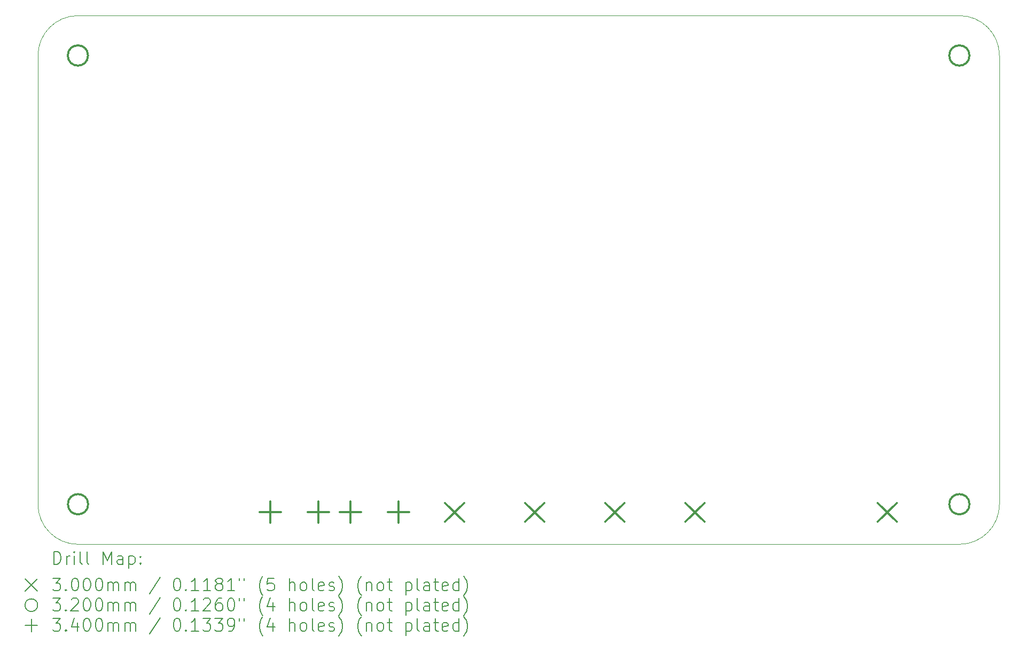
<source format=gbr>
%TF.GenerationSoftware,KiCad,Pcbnew,(6.0.8-1)-1*%
%TF.CreationDate,2022-12-30T12:26:32-08:00*%
%TF.ProjectId,Urban Battery - BMS_complement,55726261-6e20-4426-9174-74657279202d,rev?*%
%TF.SameCoordinates,Original*%
%TF.FileFunction,Drillmap*%
%TF.FilePolarity,Positive*%
%FSLAX45Y45*%
G04 Gerber Fmt 4.5, Leading zero omitted, Abs format (unit mm)*
G04 Created by KiCad (PCBNEW (6.0.8-1)-1) date 2022-12-30 12:26:32*
%MOMM*%
%LPD*%
G01*
G04 APERTURE LIST*
%ADD10C,0.100000*%
%ADD11C,0.200000*%
%ADD12C,0.300000*%
%ADD13C,0.320000*%
%ADD14C,0.340000*%
G04 APERTURE END LIST*
D10*
X7620000Y-5715000D02*
X7620000Y-12827000D01*
X8255000Y-5080000D02*
G75*
G03*
X7620000Y-5715000I0J-635000D01*
G01*
X22225000Y-13462000D02*
G75*
G03*
X22860000Y-12827000I0J635000D01*
G01*
X22225000Y-5080000D02*
X8255000Y-5080000D01*
X22860000Y-5715000D02*
G75*
G03*
X22225000Y-5080000I-635000J0D01*
G01*
X8255000Y-13462000D02*
X22225000Y-13462000D01*
X7620000Y-12827000D02*
G75*
G03*
X8255000Y-13462000I635000J0D01*
G01*
X22860000Y-12827000D02*
X22860000Y-5715000D01*
D11*
D12*
X14074000Y-12804000D02*
X14374000Y-13104000D01*
X14374000Y-12804000D02*
X14074000Y-13104000D01*
X15344000Y-12804000D02*
X15644000Y-13104000D01*
X15644000Y-12804000D02*
X15344000Y-13104000D01*
X16614000Y-12804000D02*
X16914000Y-13104000D01*
X16914000Y-12804000D02*
X16614000Y-13104000D01*
X17884000Y-12804000D02*
X18184000Y-13104000D01*
X18184000Y-12804000D02*
X17884000Y-13104000D01*
X20932000Y-12804000D02*
X21232000Y-13104000D01*
X21232000Y-12804000D02*
X20932000Y-13104000D01*
D13*
X8413364Y-5711867D02*
G75*
G03*
X8413364Y-5711867I-160000J0D01*
G01*
X8415000Y-12827000D02*
G75*
G03*
X8415000Y-12827000I-160000J0D01*
G01*
X22385000Y-5711867D02*
G75*
G03*
X22385000Y-5711867I-160000J0D01*
G01*
X22385000Y-12826811D02*
G75*
G03*
X22385000Y-12826811I-160000J0D01*
G01*
D14*
X11303000Y-12784500D02*
X11303000Y-13124500D01*
X11133000Y-12954500D02*
X11473000Y-12954500D01*
X12065000Y-12784500D02*
X12065000Y-13124500D01*
X11895000Y-12954500D02*
X12235000Y-12954500D01*
X12573000Y-12784500D02*
X12573000Y-13124500D01*
X12403000Y-12954500D02*
X12743000Y-12954500D01*
X13335000Y-12784500D02*
X13335000Y-13124500D01*
X13165000Y-12954500D02*
X13505000Y-12954500D01*
D11*
X7872619Y-13777476D02*
X7872619Y-13577476D01*
X7920238Y-13577476D01*
X7948809Y-13587000D01*
X7967857Y-13606048D01*
X7977381Y-13625095D01*
X7986905Y-13663190D01*
X7986905Y-13691762D01*
X7977381Y-13729857D01*
X7967857Y-13748905D01*
X7948809Y-13767952D01*
X7920238Y-13777476D01*
X7872619Y-13777476D01*
X8072619Y-13777476D02*
X8072619Y-13644143D01*
X8072619Y-13682238D02*
X8082143Y-13663190D01*
X8091667Y-13653667D01*
X8110714Y-13644143D01*
X8129762Y-13644143D01*
X8196428Y-13777476D02*
X8196428Y-13644143D01*
X8196428Y-13577476D02*
X8186905Y-13587000D01*
X8196428Y-13596524D01*
X8205952Y-13587000D01*
X8196428Y-13577476D01*
X8196428Y-13596524D01*
X8320238Y-13777476D02*
X8301190Y-13767952D01*
X8291667Y-13748905D01*
X8291667Y-13577476D01*
X8425000Y-13777476D02*
X8405952Y-13767952D01*
X8396429Y-13748905D01*
X8396429Y-13577476D01*
X8653571Y-13777476D02*
X8653571Y-13577476D01*
X8720238Y-13720333D01*
X8786905Y-13577476D01*
X8786905Y-13777476D01*
X8967857Y-13777476D02*
X8967857Y-13672714D01*
X8958333Y-13653667D01*
X8939286Y-13644143D01*
X8901190Y-13644143D01*
X8882143Y-13653667D01*
X8967857Y-13767952D02*
X8948810Y-13777476D01*
X8901190Y-13777476D01*
X8882143Y-13767952D01*
X8872619Y-13748905D01*
X8872619Y-13729857D01*
X8882143Y-13710809D01*
X8901190Y-13701286D01*
X8948810Y-13701286D01*
X8967857Y-13691762D01*
X9063095Y-13644143D02*
X9063095Y-13844143D01*
X9063095Y-13653667D02*
X9082143Y-13644143D01*
X9120238Y-13644143D01*
X9139286Y-13653667D01*
X9148810Y-13663190D01*
X9158333Y-13682238D01*
X9158333Y-13739381D01*
X9148810Y-13758428D01*
X9139286Y-13767952D01*
X9120238Y-13777476D01*
X9082143Y-13777476D01*
X9063095Y-13767952D01*
X9244048Y-13758428D02*
X9253571Y-13767952D01*
X9244048Y-13777476D01*
X9234524Y-13767952D01*
X9244048Y-13758428D01*
X9244048Y-13777476D01*
X9244048Y-13653667D02*
X9253571Y-13663190D01*
X9244048Y-13672714D01*
X9234524Y-13663190D01*
X9244048Y-13653667D01*
X9244048Y-13672714D01*
X7415000Y-14007000D02*
X7615000Y-14207000D01*
X7615000Y-14007000D02*
X7415000Y-14207000D01*
X7853571Y-13997476D02*
X7977381Y-13997476D01*
X7910714Y-14073667D01*
X7939286Y-14073667D01*
X7958333Y-14083190D01*
X7967857Y-14092714D01*
X7977381Y-14111762D01*
X7977381Y-14159381D01*
X7967857Y-14178428D01*
X7958333Y-14187952D01*
X7939286Y-14197476D01*
X7882143Y-14197476D01*
X7863095Y-14187952D01*
X7853571Y-14178428D01*
X8063095Y-14178428D02*
X8072619Y-14187952D01*
X8063095Y-14197476D01*
X8053571Y-14187952D01*
X8063095Y-14178428D01*
X8063095Y-14197476D01*
X8196428Y-13997476D02*
X8215476Y-13997476D01*
X8234524Y-14007000D01*
X8244048Y-14016524D01*
X8253571Y-14035571D01*
X8263095Y-14073667D01*
X8263095Y-14121286D01*
X8253571Y-14159381D01*
X8244048Y-14178428D01*
X8234524Y-14187952D01*
X8215476Y-14197476D01*
X8196428Y-14197476D01*
X8177381Y-14187952D01*
X8167857Y-14178428D01*
X8158333Y-14159381D01*
X8148809Y-14121286D01*
X8148809Y-14073667D01*
X8158333Y-14035571D01*
X8167857Y-14016524D01*
X8177381Y-14007000D01*
X8196428Y-13997476D01*
X8386905Y-13997476D02*
X8405952Y-13997476D01*
X8425000Y-14007000D01*
X8434524Y-14016524D01*
X8444048Y-14035571D01*
X8453571Y-14073667D01*
X8453571Y-14121286D01*
X8444048Y-14159381D01*
X8434524Y-14178428D01*
X8425000Y-14187952D01*
X8405952Y-14197476D01*
X8386905Y-14197476D01*
X8367857Y-14187952D01*
X8358333Y-14178428D01*
X8348809Y-14159381D01*
X8339286Y-14121286D01*
X8339286Y-14073667D01*
X8348809Y-14035571D01*
X8358333Y-14016524D01*
X8367857Y-14007000D01*
X8386905Y-13997476D01*
X8577381Y-13997476D02*
X8596429Y-13997476D01*
X8615476Y-14007000D01*
X8625000Y-14016524D01*
X8634524Y-14035571D01*
X8644048Y-14073667D01*
X8644048Y-14121286D01*
X8634524Y-14159381D01*
X8625000Y-14178428D01*
X8615476Y-14187952D01*
X8596429Y-14197476D01*
X8577381Y-14197476D01*
X8558333Y-14187952D01*
X8548810Y-14178428D01*
X8539286Y-14159381D01*
X8529762Y-14121286D01*
X8529762Y-14073667D01*
X8539286Y-14035571D01*
X8548810Y-14016524D01*
X8558333Y-14007000D01*
X8577381Y-13997476D01*
X8729762Y-14197476D02*
X8729762Y-14064143D01*
X8729762Y-14083190D02*
X8739286Y-14073667D01*
X8758333Y-14064143D01*
X8786905Y-14064143D01*
X8805952Y-14073667D01*
X8815476Y-14092714D01*
X8815476Y-14197476D01*
X8815476Y-14092714D02*
X8825000Y-14073667D01*
X8844048Y-14064143D01*
X8872619Y-14064143D01*
X8891667Y-14073667D01*
X8901190Y-14092714D01*
X8901190Y-14197476D01*
X8996429Y-14197476D02*
X8996429Y-14064143D01*
X8996429Y-14083190D02*
X9005952Y-14073667D01*
X9025000Y-14064143D01*
X9053571Y-14064143D01*
X9072619Y-14073667D01*
X9082143Y-14092714D01*
X9082143Y-14197476D01*
X9082143Y-14092714D02*
X9091667Y-14073667D01*
X9110714Y-14064143D01*
X9139286Y-14064143D01*
X9158333Y-14073667D01*
X9167857Y-14092714D01*
X9167857Y-14197476D01*
X9558333Y-13987952D02*
X9386905Y-14245095D01*
X9815476Y-13997476D02*
X9834524Y-13997476D01*
X9853571Y-14007000D01*
X9863095Y-14016524D01*
X9872619Y-14035571D01*
X9882143Y-14073667D01*
X9882143Y-14121286D01*
X9872619Y-14159381D01*
X9863095Y-14178428D01*
X9853571Y-14187952D01*
X9834524Y-14197476D01*
X9815476Y-14197476D01*
X9796429Y-14187952D01*
X9786905Y-14178428D01*
X9777381Y-14159381D01*
X9767857Y-14121286D01*
X9767857Y-14073667D01*
X9777381Y-14035571D01*
X9786905Y-14016524D01*
X9796429Y-14007000D01*
X9815476Y-13997476D01*
X9967857Y-14178428D02*
X9977381Y-14187952D01*
X9967857Y-14197476D01*
X9958333Y-14187952D01*
X9967857Y-14178428D01*
X9967857Y-14197476D01*
X10167857Y-14197476D02*
X10053571Y-14197476D01*
X10110714Y-14197476D02*
X10110714Y-13997476D01*
X10091667Y-14026048D01*
X10072619Y-14045095D01*
X10053571Y-14054619D01*
X10358333Y-14197476D02*
X10244048Y-14197476D01*
X10301190Y-14197476D02*
X10301190Y-13997476D01*
X10282143Y-14026048D01*
X10263095Y-14045095D01*
X10244048Y-14054619D01*
X10472619Y-14083190D02*
X10453571Y-14073667D01*
X10444048Y-14064143D01*
X10434524Y-14045095D01*
X10434524Y-14035571D01*
X10444048Y-14016524D01*
X10453571Y-14007000D01*
X10472619Y-13997476D01*
X10510714Y-13997476D01*
X10529762Y-14007000D01*
X10539286Y-14016524D01*
X10548810Y-14035571D01*
X10548810Y-14045095D01*
X10539286Y-14064143D01*
X10529762Y-14073667D01*
X10510714Y-14083190D01*
X10472619Y-14083190D01*
X10453571Y-14092714D01*
X10444048Y-14102238D01*
X10434524Y-14121286D01*
X10434524Y-14159381D01*
X10444048Y-14178428D01*
X10453571Y-14187952D01*
X10472619Y-14197476D01*
X10510714Y-14197476D01*
X10529762Y-14187952D01*
X10539286Y-14178428D01*
X10548810Y-14159381D01*
X10548810Y-14121286D01*
X10539286Y-14102238D01*
X10529762Y-14092714D01*
X10510714Y-14083190D01*
X10739286Y-14197476D02*
X10625000Y-14197476D01*
X10682143Y-14197476D02*
X10682143Y-13997476D01*
X10663095Y-14026048D01*
X10644048Y-14045095D01*
X10625000Y-14054619D01*
X10815476Y-13997476D02*
X10815476Y-14035571D01*
X10891667Y-13997476D02*
X10891667Y-14035571D01*
X11186905Y-14273667D02*
X11177381Y-14264143D01*
X11158333Y-14235571D01*
X11148810Y-14216524D01*
X11139286Y-14187952D01*
X11129762Y-14140333D01*
X11129762Y-14102238D01*
X11139286Y-14054619D01*
X11148810Y-14026048D01*
X11158333Y-14007000D01*
X11177381Y-13978428D01*
X11186905Y-13968905D01*
X11358333Y-13997476D02*
X11263095Y-13997476D01*
X11253571Y-14092714D01*
X11263095Y-14083190D01*
X11282143Y-14073667D01*
X11329762Y-14073667D01*
X11348809Y-14083190D01*
X11358333Y-14092714D01*
X11367857Y-14111762D01*
X11367857Y-14159381D01*
X11358333Y-14178428D01*
X11348809Y-14187952D01*
X11329762Y-14197476D01*
X11282143Y-14197476D01*
X11263095Y-14187952D01*
X11253571Y-14178428D01*
X11605952Y-14197476D02*
X11605952Y-13997476D01*
X11691667Y-14197476D02*
X11691667Y-14092714D01*
X11682143Y-14073667D01*
X11663095Y-14064143D01*
X11634524Y-14064143D01*
X11615476Y-14073667D01*
X11605952Y-14083190D01*
X11815476Y-14197476D02*
X11796428Y-14187952D01*
X11786905Y-14178428D01*
X11777381Y-14159381D01*
X11777381Y-14102238D01*
X11786905Y-14083190D01*
X11796428Y-14073667D01*
X11815476Y-14064143D01*
X11844048Y-14064143D01*
X11863095Y-14073667D01*
X11872619Y-14083190D01*
X11882143Y-14102238D01*
X11882143Y-14159381D01*
X11872619Y-14178428D01*
X11863095Y-14187952D01*
X11844048Y-14197476D01*
X11815476Y-14197476D01*
X11996428Y-14197476D02*
X11977381Y-14187952D01*
X11967857Y-14168905D01*
X11967857Y-13997476D01*
X12148809Y-14187952D02*
X12129762Y-14197476D01*
X12091667Y-14197476D01*
X12072619Y-14187952D01*
X12063095Y-14168905D01*
X12063095Y-14092714D01*
X12072619Y-14073667D01*
X12091667Y-14064143D01*
X12129762Y-14064143D01*
X12148809Y-14073667D01*
X12158333Y-14092714D01*
X12158333Y-14111762D01*
X12063095Y-14130809D01*
X12234524Y-14187952D02*
X12253571Y-14197476D01*
X12291667Y-14197476D01*
X12310714Y-14187952D01*
X12320238Y-14168905D01*
X12320238Y-14159381D01*
X12310714Y-14140333D01*
X12291667Y-14130809D01*
X12263095Y-14130809D01*
X12244048Y-14121286D01*
X12234524Y-14102238D01*
X12234524Y-14092714D01*
X12244048Y-14073667D01*
X12263095Y-14064143D01*
X12291667Y-14064143D01*
X12310714Y-14073667D01*
X12386905Y-14273667D02*
X12396428Y-14264143D01*
X12415476Y-14235571D01*
X12425000Y-14216524D01*
X12434524Y-14187952D01*
X12444048Y-14140333D01*
X12444048Y-14102238D01*
X12434524Y-14054619D01*
X12425000Y-14026048D01*
X12415476Y-14007000D01*
X12396428Y-13978428D01*
X12386905Y-13968905D01*
X12748809Y-14273667D02*
X12739286Y-14264143D01*
X12720238Y-14235571D01*
X12710714Y-14216524D01*
X12701190Y-14187952D01*
X12691667Y-14140333D01*
X12691667Y-14102238D01*
X12701190Y-14054619D01*
X12710714Y-14026048D01*
X12720238Y-14007000D01*
X12739286Y-13978428D01*
X12748809Y-13968905D01*
X12825000Y-14064143D02*
X12825000Y-14197476D01*
X12825000Y-14083190D02*
X12834524Y-14073667D01*
X12853571Y-14064143D01*
X12882143Y-14064143D01*
X12901190Y-14073667D01*
X12910714Y-14092714D01*
X12910714Y-14197476D01*
X13034524Y-14197476D02*
X13015476Y-14187952D01*
X13005952Y-14178428D01*
X12996428Y-14159381D01*
X12996428Y-14102238D01*
X13005952Y-14083190D01*
X13015476Y-14073667D01*
X13034524Y-14064143D01*
X13063095Y-14064143D01*
X13082143Y-14073667D01*
X13091667Y-14083190D01*
X13101190Y-14102238D01*
X13101190Y-14159381D01*
X13091667Y-14178428D01*
X13082143Y-14187952D01*
X13063095Y-14197476D01*
X13034524Y-14197476D01*
X13158333Y-14064143D02*
X13234524Y-14064143D01*
X13186905Y-13997476D02*
X13186905Y-14168905D01*
X13196428Y-14187952D01*
X13215476Y-14197476D01*
X13234524Y-14197476D01*
X13453571Y-14064143D02*
X13453571Y-14264143D01*
X13453571Y-14073667D02*
X13472619Y-14064143D01*
X13510714Y-14064143D01*
X13529762Y-14073667D01*
X13539286Y-14083190D01*
X13548809Y-14102238D01*
X13548809Y-14159381D01*
X13539286Y-14178428D01*
X13529762Y-14187952D01*
X13510714Y-14197476D01*
X13472619Y-14197476D01*
X13453571Y-14187952D01*
X13663095Y-14197476D02*
X13644048Y-14187952D01*
X13634524Y-14168905D01*
X13634524Y-13997476D01*
X13825000Y-14197476D02*
X13825000Y-14092714D01*
X13815476Y-14073667D01*
X13796428Y-14064143D01*
X13758333Y-14064143D01*
X13739286Y-14073667D01*
X13825000Y-14187952D02*
X13805952Y-14197476D01*
X13758333Y-14197476D01*
X13739286Y-14187952D01*
X13729762Y-14168905D01*
X13729762Y-14149857D01*
X13739286Y-14130809D01*
X13758333Y-14121286D01*
X13805952Y-14121286D01*
X13825000Y-14111762D01*
X13891667Y-14064143D02*
X13967857Y-14064143D01*
X13920238Y-13997476D02*
X13920238Y-14168905D01*
X13929762Y-14187952D01*
X13948809Y-14197476D01*
X13967857Y-14197476D01*
X14110714Y-14187952D02*
X14091667Y-14197476D01*
X14053571Y-14197476D01*
X14034524Y-14187952D01*
X14025000Y-14168905D01*
X14025000Y-14092714D01*
X14034524Y-14073667D01*
X14053571Y-14064143D01*
X14091667Y-14064143D01*
X14110714Y-14073667D01*
X14120238Y-14092714D01*
X14120238Y-14111762D01*
X14025000Y-14130809D01*
X14291667Y-14197476D02*
X14291667Y-13997476D01*
X14291667Y-14187952D02*
X14272619Y-14197476D01*
X14234524Y-14197476D01*
X14215476Y-14187952D01*
X14205952Y-14178428D01*
X14196428Y-14159381D01*
X14196428Y-14102238D01*
X14205952Y-14083190D01*
X14215476Y-14073667D01*
X14234524Y-14064143D01*
X14272619Y-14064143D01*
X14291667Y-14073667D01*
X14367857Y-14273667D02*
X14377381Y-14264143D01*
X14396428Y-14235571D01*
X14405952Y-14216524D01*
X14415476Y-14187952D01*
X14425000Y-14140333D01*
X14425000Y-14102238D01*
X14415476Y-14054619D01*
X14405952Y-14026048D01*
X14396428Y-14007000D01*
X14377381Y-13978428D01*
X14367857Y-13968905D01*
X7615000Y-14427000D02*
G75*
G03*
X7615000Y-14427000I-100000J0D01*
G01*
X7853571Y-14317476D02*
X7977381Y-14317476D01*
X7910714Y-14393667D01*
X7939286Y-14393667D01*
X7958333Y-14403190D01*
X7967857Y-14412714D01*
X7977381Y-14431762D01*
X7977381Y-14479381D01*
X7967857Y-14498428D01*
X7958333Y-14507952D01*
X7939286Y-14517476D01*
X7882143Y-14517476D01*
X7863095Y-14507952D01*
X7853571Y-14498428D01*
X8063095Y-14498428D02*
X8072619Y-14507952D01*
X8063095Y-14517476D01*
X8053571Y-14507952D01*
X8063095Y-14498428D01*
X8063095Y-14517476D01*
X8148809Y-14336524D02*
X8158333Y-14327000D01*
X8177381Y-14317476D01*
X8225000Y-14317476D01*
X8244048Y-14327000D01*
X8253571Y-14336524D01*
X8263095Y-14355571D01*
X8263095Y-14374619D01*
X8253571Y-14403190D01*
X8139286Y-14517476D01*
X8263095Y-14517476D01*
X8386905Y-14317476D02*
X8405952Y-14317476D01*
X8425000Y-14327000D01*
X8434524Y-14336524D01*
X8444048Y-14355571D01*
X8453571Y-14393667D01*
X8453571Y-14441286D01*
X8444048Y-14479381D01*
X8434524Y-14498428D01*
X8425000Y-14507952D01*
X8405952Y-14517476D01*
X8386905Y-14517476D01*
X8367857Y-14507952D01*
X8358333Y-14498428D01*
X8348809Y-14479381D01*
X8339286Y-14441286D01*
X8339286Y-14393667D01*
X8348809Y-14355571D01*
X8358333Y-14336524D01*
X8367857Y-14327000D01*
X8386905Y-14317476D01*
X8577381Y-14317476D02*
X8596429Y-14317476D01*
X8615476Y-14327000D01*
X8625000Y-14336524D01*
X8634524Y-14355571D01*
X8644048Y-14393667D01*
X8644048Y-14441286D01*
X8634524Y-14479381D01*
X8625000Y-14498428D01*
X8615476Y-14507952D01*
X8596429Y-14517476D01*
X8577381Y-14517476D01*
X8558333Y-14507952D01*
X8548810Y-14498428D01*
X8539286Y-14479381D01*
X8529762Y-14441286D01*
X8529762Y-14393667D01*
X8539286Y-14355571D01*
X8548810Y-14336524D01*
X8558333Y-14327000D01*
X8577381Y-14317476D01*
X8729762Y-14517476D02*
X8729762Y-14384143D01*
X8729762Y-14403190D02*
X8739286Y-14393667D01*
X8758333Y-14384143D01*
X8786905Y-14384143D01*
X8805952Y-14393667D01*
X8815476Y-14412714D01*
X8815476Y-14517476D01*
X8815476Y-14412714D02*
X8825000Y-14393667D01*
X8844048Y-14384143D01*
X8872619Y-14384143D01*
X8891667Y-14393667D01*
X8901190Y-14412714D01*
X8901190Y-14517476D01*
X8996429Y-14517476D02*
X8996429Y-14384143D01*
X8996429Y-14403190D02*
X9005952Y-14393667D01*
X9025000Y-14384143D01*
X9053571Y-14384143D01*
X9072619Y-14393667D01*
X9082143Y-14412714D01*
X9082143Y-14517476D01*
X9082143Y-14412714D02*
X9091667Y-14393667D01*
X9110714Y-14384143D01*
X9139286Y-14384143D01*
X9158333Y-14393667D01*
X9167857Y-14412714D01*
X9167857Y-14517476D01*
X9558333Y-14307952D02*
X9386905Y-14565095D01*
X9815476Y-14317476D02*
X9834524Y-14317476D01*
X9853571Y-14327000D01*
X9863095Y-14336524D01*
X9872619Y-14355571D01*
X9882143Y-14393667D01*
X9882143Y-14441286D01*
X9872619Y-14479381D01*
X9863095Y-14498428D01*
X9853571Y-14507952D01*
X9834524Y-14517476D01*
X9815476Y-14517476D01*
X9796429Y-14507952D01*
X9786905Y-14498428D01*
X9777381Y-14479381D01*
X9767857Y-14441286D01*
X9767857Y-14393667D01*
X9777381Y-14355571D01*
X9786905Y-14336524D01*
X9796429Y-14327000D01*
X9815476Y-14317476D01*
X9967857Y-14498428D02*
X9977381Y-14507952D01*
X9967857Y-14517476D01*
X9958333Y-14507952D01*
X9967857Y-14498428D01*
X9967857Y-14517476D01*
X10167857Y-14517476D02*
X10053571Y-14517476D01*
X10110714Y-14517476D02*
X10110714Y-14317476D01*
X10091667Y-14346048D01*
X10072619Y-14365095D01*
X10053571Y-14374619D01*
X10244048Y-14336524D02*
X10253571Y-14327000D01*
X10272619Y-14317476D01*
X10320238Y-14317476D01*
X10339286Y-14327000D01*
X10348810Y-14336524D01*
X10358333Y-14355571D01*
X10358333Y-14374619D01*
X10348810Y-14403190D01*
X10234524Y-14517476D01*
X10358333Y-14517476D01*
X10529762Y-14317476D02*
X10491667Y-14317476D01*
X10472619Y-14327000D01*
X10463095Y-14336524D01*
X10444048Y-14365095D01*
X10434524Y-14403190D01*
X10434524Y-14479381D01*
X10444048Y-14498428D01*
X10453571Y-14507952D01*
X10472619Y-14517476D01*
X10510714Y-14517476D01*
X10529762Y-14507952D01*
X10539286Y-14498428D01*
X10548810Y-14479381D01*
X10548810Y-14431762D01*
X10539286Y-14412714D01*
X10529762Y-14403190D01*
X10510714Y-14393667D01*
X10472619Y-14393667D01*
X10453571Y-14403190D01*
X10444048Y-14412714D01*
X10434524Y-14431762D01*
X10672619Y-14317476D02*
X10691667Y-14317476D01*
X10710714Y-14327000D01*
X10720238Y-14336524D01*
X10729762Y-14355571D01*
X10739286Y-14393667D01*
X10739286Y-14441286D01*
X10729762Y-14479381D01*
X10720238Y-14498428D01*
X10710714Y-14507952D01*
X10691667Y-14517476D01*
X10672619Y-14517476D01*
X10653571Y-14507952D01*
X10644048Y-14498428D01*
X10634524Y-14479381D01*
X10625000Y-14441286D01*
X10625000Y-14393667D01*
X10634524Y-14355571D01*
X10644048Y-14336524D01*
X10653571Y-14327000D01*
X10672619Y-14317476D01*
X10815476Y-14317476D02*
X10815476Y-14355571D01*
X10891667Y-14317476D02*
X10891667Y-14355571D01*
X11186905Y-14593667D02*
X11177381Y-14584143D01*
X11158333Y-14555571D01*
X11148810Y-14536524D01*
X11139286Y-14507952D01*
X11129762Y-14460333D01*
X11129762Y-14422238D01*
X11139286Y-14374619D01*
X11148810Y-14346048D01*
X11158333Y-14327000D01*
X11177381Y-14298428D01*
X11186905Y-14288905D01*
X11348809Y-14384143D02*
X11348809Y-14517476D01*
X11301190Y-14307952D02*
X11253571Y-14450809D01*
X11377381Y-14450809D01*
X11605952Y-14517476D02*
X11605952Y-14317476D01*
X11691667Y-14517476D02*
X11691667Y-14412714D01*
X11682143Y-14393667D01*
X11663095Y-14384143D01*
X11634524Y-14384143D01*
X11615476Y-14393667D01*
X11605952Y-14403190D01*
X11815476Y-14517476D02*
X11796428Y-14507952D01*
X11786905Y-14498428D01*
X11777381Y-14479381D01*
X11777381Y-14422238D01*
X11786905Y-14403190D01*
X11796428Y-14393667D01*
X11815476Y-14384143D01*
X11844048Y-14384143D01*
X11863095Y-14393667D01*
X11872619Y-14403190D01*
X11882143Y-14422238D01*
X11882143Y-14479381D01*
X11872619Y-14498428D01*
X11863095Y-14507952D01*
X11844048Y-14517476D01*
X11815476Y-14517476D01*
X11996428Y-14517476D02*
X11977381Y-14507952D01*
X11967857Y-14488905D01*
X11967857Y-14317476D01*
X12148809Y-14507952D02*
X12129762Y-14517476D01*
X12091667Y-14517476D01*
X12072619Y-14507952D01*
X12063095Y-14488905D01*
X12063095Y-14412714D01*
X12072619Y-14393667D01*
X12091667Y-14384143D01*
X12129762Y-14384143D01*
X12148809Y-14393667D01*
X12158333Y-14412714D01*
X12158333Y-14431762D01*
X12063095Y-14450809D01*
X12234524Y-14507952D02*
X12253571Y-14517476D01*
X12291667Y-14517476D01*
X12310714Y-14507952D01*
X12320238Y-14488905D01*
X12320238Y-14479381D01*
X12310714Y-14460333D01*
X12291667Y-14450809D01*
X12263095Y-14450809D01*
X12244048Y-14441286D01*
X12234524Y-14422238D01*
X12234524Y-14412714D01*
X12244048Y-14393667D01*
X12263095Y-14384143D01*
X12291667Y-14384143D01*
X12310714Y-14393667D01*
X12386905Y-14593667D02*
X12396428Y-14584143D01*
X12415476Y-14555571D01*
X12425000Y-14536524D01*
X12434524Y-14507952D01*
X12444048Y-14460333D01*
X12444048Y-14422238D01*
X12434524Y-14374619D01*
X12425000Y-14346048D01*
X12415476Y-14327000D01*
X12396428Y-14298428D01*
X12386905Y-14288905D01*
X12748809Y-14593667D02*
X12739286Y-14584143D01*
X12720238Y-14555571D01*
X12710714Y-14536524D01*
X12701190Y-14507952D01*
X12691667Y-14460333D01*
X12691667Y-14422238D01*
X12701190Y-14374619D01*
X12710714Y-14346048D01*
X12720238Y-14327000D01*
X12739286Y-14298428D01*
X12748809Y-14288905D01*
X12825000Y-14384143D02*
X12825000Y-14517476D01*
X12825000Y-14403190D02*
X12834524Y-14393667D01*
X12853571Y-14384143D01*
X12882143Y-14384143D01*
X12901190Y-14393667D01*
X12910714Y-14412714D01*
X12910714Y-14517476D01*
X13034524Y-14517476D02*
X13015476Y-14507952D01*
X13005952Y-14498428D01*
X12996428Y-14479381D01*
X12996428Y-14422238D01*
X13005952Y-14403190D01*
X13015476Y-14393667D01*
X13034524Y-14384143D01*
X13063095Y-14384143D01*
X13082143Y-14393667D01*
X13091667Y-14403190D01*
X13101190Y-14422238D01*
X13101190Y-14479381D01*
X13091667Y-14498428D01*
X13082143Y-14507952D01*
X13063095Y-14517476D01*
X13034524Y-14517476D01*
X13158333Y-14384143D02*
X13234524Y-14384143D01*
X13186905Y-14317476D02*
X13186905Y-14488905D01*
X13196428Y-14507952D01*
X13215476Y-14517476D01*
X13234524Y-14517476D01*
X13453571Y-14384143D02*
X13453571Y-14584143D01*
X13453571Y-14393667D02*
X13472619Y-14384143D01*
X13510714Y-14384143D01*
X13529762Y-14393667D01*
X13539286Y-14403190D01*
X13548809Y-14422238D01*
X13548809Y-14479381D01*
X13539286Y-14498428D01*
X13529762Y-14507952D01*
X13510714Y-14517476D01*
X13472619Y-14517476D01*
X13453571Y-14507952D01*
X13663095Y-14517476D02*
X13644048Y-14507952D01*
X13634524Y-14488905D01*
X13634524Y-14317476D01*
X13825000Y-14517476D02*
X13825000Y-14412714D01*
X13815476Y-14393667D01*
X13796428Y-14384143D01*
X13758333Y-14384143D01*
X13739286Y-14393667D01*
X13825000Y-14507952D02*
X13805952Y-14517476D01*
X13758333Y-14517476D01*
X13739286Y-14507952D01*
X13729762Y-14488905D01*
X13729762Y-14469857D01*
X13739286Y-14450809D01*
X13758333Y-14441286D01*
X13805952Y-14441286D01*
X13825000Y-14431762D01*
X13891667Y-14384143D02*
X13967857Y-14384143D01*
X13920238Y-14317476D02*
X13920238Y-14488905D01*
X13929762Y-14507952D01*
X13948809Y-14517476D01*
X13967857Y-14517476D01*
X14110714Y-14507952D02*
X14091667Y-14517476D01*
X14053571Y-14517476D01*
X14034524Y-14507952D01*
X14025000Y-14488905D01*
X14025000Y-14412714D01*
X14034524Y-14393667D01*
X14053571Y-14384143D01*
X14091667Y-14384143D01*
X14110714Y-14393667D01*
X14120238Y-14412714D01*
X14120238Y-14431762D01*
X14025000Y-14450809D01*
X14291667Y-14517476D02*
X14291667Y-14317476D01*
X14291667Y-14507952D02*
X14272619Y-14517476D01*
X14234524Y-14517476D01*
X14215476Y-14507952D01*
X14205952Y-14498428D01*
X14196428Y-14479381D01*
X14196428Y-14422238D01*
X14205952Y-14403190D01*
X14215476Y-14393667D01*
X14234524Y-14384143D01*
X14272619Y-14384143D01*
X14291667Y-14393667D01*
X14367857Y-14593667D02*
X14377381Y-14584143D01*
X14396428Y-14555571D01*
X14405952Y-14536524D01*
X14415476Y-14507952D01*
X14425000Y-14460333D01*
X14425000Y-14422238D01*
X14415476Y-14374619D01*
X14405952Y-14346048D01*
X14396428Y-14327000D01*
X14377381Y-14298428D01*
X14367857Y-14288905D01*
X7515000Y-14647000D02*
X7515000Y-14847000D01*
X7415000Y-14747000D02*
X7615000Y-14747000D01*
X7853571Y-14637476D02*
X7977381Y-14637476D01*
X7910714Y-14713667D01*
X7939286Y-14713667D01*
X7958333Y-14723190D01*
X7967857Y-14732714D01*
X7977381Y-14751762D01*
X7977381Y-14799381D01*
X7967857Y-14818428D01*
X7958333Y-14827952D01*
X7939286Y-14837476D01*
X7882143Y-14837476D01*
X7863095Y-14827952D01*
X7853571Y-14818428D01*
X8063095Y-14818428D02*
X8072619Y-14827952D01*
X8063095Y-14837476D01*
X8053571Y-14827952D01*
X8063095Y-14818428D01*
X8063095Y-14837476D01*
X8244048Y-14704143D02*
X8244048Y-14837476D01*
X8196428Y-14627952D02*
X8148809Y-14770809D01*
X8272619Y-14770809D01*
X8386905Y-14637476D02*
X8405952Y-14637476D01*
X8425000Y-14647000D01*
X8434524Y-14656524D01*
X8444048Y-14675571D01*
X8453571Y-14713667D01*
X8453571Y-14761286D01*
X8444048Y-14799381D01*
X8434524Y-14818428D01*
X8425000Y-14827952D01*
X8405952Y-14837476D01*
X8386905Y-14837476D01*
X8367857Y-14827952D01*
X8358333Y-14818428D01*
X8348809Y-14799381D01*
X8339286Y-14761286D01*
X8339286Y-14713667D01*
X8348809Y-14675571D01*
X8358333Y-14656524D01*
X8367857Y-14647000D01*
X8386905Y-14637476D01*
X8577381Y-14637476D02*
X8596429Y-14637476D01*
X8615476Y-14647000D01*
X8625000Y-14656524D01*
X8634524Y-14675571D01*
X8644048Y-14713667D01*
X8644048Y-14761286D01*
X8634524Y-14799381D01*
X8625000Y-14818428D01*
X8615476Y-14827952D01*
X8596429Y-14837476D01*
X8577381Y-14837476D01*
X8558333Y-14827952D01*
X8548810Y-14818428D01*
X8539286Y-14799381D01*
X8529762Y-14761286D01*
X8529762Y-14713667D01*
X8539286Y-14675571D01*
X8548810Y-14656524D01*
X8558333Y-14647000D01*
X8577381Y-14637476D01*
X8729762Y-14837476D02*
X8729762Y-14704143D01*
X8729762Y-14723190D02*
X8739286Y-14713667D01*
X8758333Y-14704143D01*
X8786905Y-14704143D01*
X8805952Y-14713667D01*
X8815476Y-14732714D01*
X8815476Y-14837476D01*
X8815476Y-14732714D02*
X8825000Y-14713667D01*
X8844048Y-14704143D01*
X8872619Y-14704143D01*
X8891667Y-14713667D01*
X8901190Y-14732714D01*
X8901190Y-14837476D01*
X8996429Y-14837476D02*
X8996429Y-14704143D01*
X8996429Y-14723190D02*
X9005952Y-14713667D01*
X9025000Y-14704143D01*
X9053571Y-14704143D01*
X9072619Y-14713667D01*
X9082143Y-14732714D01*
X9082143Y-14837476D01*
X9082143Y-14732714D02*
X9091667Y-14713667D01*
X9110714Y-14704143D01*
X9139286Y-14704143D01*
X9158333Y-14713667D01*
X9167857Y-14732714D01*
X9167857Y-14837476D01*
X9558333Y-14627952D02*
X9386905Y-14885095D01*
X9815476Y-14637476D02*
X9834524Y-14637476D01*
X9853571Y-14647000D01*
X9863095Y-14656524D01*
X9872619Y-14675571D01*
X9882143Y-14713667D01*
X9882143Y-14761286D01*
X9872619Y-14799381D01*
X9863095Y-14818428D01*
X9853571Y-14827952D01*
X9834524Y-14837476D01*
X9815476Y-14837476D01*
X9796429Y-14827952D01*
X9786905Y-14818428D01*
X9777381Y-14799381D01*
X9767857Y-14761286D01*
X9767857Y-14713667D01*
X9777381Y-14675571D01*
X9786905Y-14656524D01*
X9796429Y-14647000D01*
X9815476Y-14637476D01*
X9967857Y-14818428D02*
X9977381Y-14827952D01*
X9967857Y-14837476D01*
X9958333Y-14827952D01*
X9967857Y-14818428D01*
X9967857Y-14837476D01*
X10167857Y-14837476D02*
X10053571Y-14837476D01*
X10110714Y-14837476D02*
X10110714Y-14637476D01*
X10091667Y-14666048D01*
X10072619Y-14685095D01*
X10053571Y-14694619D01*
X10234524Y-14637476D02*
X10358333Y-14637476D01*
X10291667Y-14713667D01*
X10320238Y-14713667D01*
X10339286Y-14723190D01*
X10348810Y-14732714D01*
X10358333Y-14751762D01*
X10358333Y-14799381D01*
X10348810Y-14818428D01*
X10339286Y-14827952D01*
X10320238Y-14837476D01*
X10263095Y-14837476D01*
X10244048Y-14827952D01*
X10234524Y-14818428D01*
X10425000Y-14637476D02*
X10548810Y-14637476D01*
X10482143Y-14713667D01*
X10510714Y-14713667D01*
X10529762Y-14723190D01*
X10539286Y-14732714D01*
X10548810Y-14751762D01*
X10548810Y-14799381D01*
X10539286Y-14818428D01*
X10529762Y-14827952D01*
X10510714Y-14837476D01*
X10453571Y-14837476D01*
X10434524Y-14827952D01*
X10425000Y-14818428D01*
X10644048Y-14837476D02*
X10682143Y-14837476D01*
X10701190Y-14827952D01*
X10710714Y-14818428D01*
X10729762Y-14789857D01*
X10739286Y-14751762D01*
X10739286Y-14675571D01*
X10729762Y-14656524D01*
X10720238Y-14647000D01*
X10701190Y-14637476D01*
X10663095Y-14637476D01*
X10644048Y-14647000D01*
X10634524Y-14656524D01*
X10625000Y-14675571D01*
X10625000Y-14723190D01*
X10634524Y-14742238D01*
X10644048Y-14751762D01*
X10663095Y-14761286D01*
X10701190Y-14761286D01*
X10720238Y-14751762D01*
X10729762Y-14742238D01*
X10739286Y-14723190D01*
X10815476Y-14637476D02*
X10815476Y-14675571D01*
X10891667Y-14637476D02*
X10891667Y-14675571D01*
X11186905Y-14913667D02*
X11177381Y-14904143D01*
X11158333Y-14875571D01*
X11148810Y-14856524D01*
X11139286Y-14827952D01*
X11129762Y-14780333D01*
X11129762Y-14742238D01*
X11139286Y-14694619D01*
X11148810Y-14666048D01*
X11158333Y-14647000D01*
X11177381Y-14618428D01*
X11186905Y-14608905D01*
X11348809Y-14704143D02*
X11348809Y-14837476D01*
X11301190Y-14627952D02*
X11253571Y-14770809D01*
X11377381Y-14770809D01*
X11605952Y-14837476D02*
X11605952Y-14637476D01*
X11691667Y-14837476D02*
X11691667Y-14732714D01*
X11682143Y-14713667D01*
X11663095Y-14704143D01*
X11634524Y-14704143D01*
X11615476Y-14713667D01*
X11605952Y-14723190D01*
X11815476Y-14837476D02*
X11796428Y-14827952D01*
X11786905Y-14818428D01*
X11777381Y-14799381D01*
X11777381Y-14742238D01*
X11786905Y-14723190D01*
X11796428Y-14713667D01*
X11815476Y-14704143D01*
X11844048Y-14704143D01*
X11863095Y-14713667D01*
X11872619Y-14723190D01*
X11882143Y-14742238D01*
X11882143Y-14799381D01*
X11872619Y-14818428D01*
X11863095Y-14827952D01*
X11844048Y-14837476D01*
X11815476Y-14837476D01*
X11996428Y-14837476D02*
X11977381Y-14827952D01*
X11967857Y-14808905D01*
X11967857Y-14637476D01*
X12148809Y-14827952D02*
X12129762Y-14837476D01*
X12091667Y-14837476D01*
X12072619Y-14827952D01*
X12063095Y-14808905D01*
X12063095Y-14732714D01*
X12072619Y-14713667D01*
X12091667Y-14704143D01*
X12129762Y-14704143D01*
X12148809Y-14713667D01*
X12158333Y-14732714D01*
X12158333Y-14751762D01*
X12063095Y-14770809D01*
X12234524Y-14827952D02*
X12253571Y-14837476D01*
X12291667Y-14837476D01*
X12310714Y-14827952D01*
X12320238Y-14808905D01*
X12320238Y-14799381D01*
X12310714Y-14780333D01*
X12291667Y-14770809D01*
X12263095Y-14770809D01*
X12244048Y-14761286D01*
X12234524Y-14742238D01*
X12234524Y-14732714D01*
X12244048Y-14713667D01*
X12263095Y-14704143D01*
X12291667Y-14704143D01*
X12310714Y-14713667D01*
X12386905Y-14913667D02*
X12396428Y-14904143D01*
X12415476Y-14875571D01*
X12425000Y-14856524D01*
X12434524Y-14827952D01*
X12444048Y-14780333D01*
X12444048Y-14742238D01*
X12434524Y-14694619D01*
X12425000Y-14666048D01*
X12415476Y-14647000D01*
X12396428Y-14618428D01*
X12386905Y-14608905D01*
X12748809Y-14913667D02*
X12739286Y-14904143D01*
X12720238Y-14875571D01*
X12710714Y-14856524D01*
X12701190Y-14827952D01*
X12691667Y-14780333D01*
X12691667Y-14742238D01*
X12701190Y-14694619D01*
X12710714Y-14666048D01*
X12720238Y-14647000D01*
X12739286Y-14618428D01*
X12748809Y-14608905D01*
X12825000Y-14704143D02*
X12825000Y-14837476D01*
X12825000Y-14723190D02*
X12834524Y-14713667D01*
X12853571Y-14704143D01*
X12882143Y-14704143D01*
X12901190Y-14713667D01*
X12910714Y-14732714D01*
X12910714Y-14837476D01*
X13034524Y-14837476D02*
X13015476Y-14827952D01*
X13005952Y-14818428D01*
X12996428Y-14799381D01*
X12996428Y-14742238D01*
X13005952Y-14723190D01*
X13015476Y-14713667D01*
X13034524Y-14704143D01*
X13063095Y-14704143D01*
X13082143Y-14713667D01*
X13091667Y-14723190D01*
X13101190Y-14742238D01*
X13101190Y-14799381D01*
X13091667Y-14818428D01*
X13082143Y-14827952D01*
X13063095Y-14837476D01*
X13034524Y-14837476D01*
X13158333Y-14704143D02*
X13234524Y-14704143D01*
X13186905Y-14637476D02*
X13186905Y-14808905D01*
X13196428Y-14827952D01*
X13215476Y-14837476D01*
X13234524Y-14837476D01*
X13453571Y-14704143D02*
X13453571Y-14904143D01*
X13453571Y-14713667D02*
X13472619Y-14704143D01*
X13510714Y-14704143D01*
X13529762Y-14713667D01*
X13539286Y-14723190D01*
X13548809Y-14742238D01*
X13548809Y-14799381D01*
X13539286Y-14818428D01*
X13529762Y-14827952D01*
X13510714Y-14837476D01*
X13472619Y-14837476D01*
X13453571Y-14827952D01*
X13663095Y-14837476D02*
X13644048Y-14827952D01*
X13634524Y-14808905D01*
X13634524Y-14637476D01*
X13825000Y-14837476D02*
X13825000Y-14732714D01*
X13815476Y-14713667D01*
X13796428Y-14704143D01*
X13758333Y-14704143D01*
X13739286Y-14713667D01*
X13825000Y-14827952D02*
X13805952Y-14837476D01*
X13758333Y-14837476D01*
X13739286Y-14827952D01*
X13729762Y-14808905D01*
X13729762Y-14789857D01*
X13739286Y-14770809D01*
X13758333Y-14761286D01*
X13805952Y-14761286D01*
X13825000Y-14751762D01*
X13891667Y-14704143D02*
X13967857Y-14704143D01*
X13920238Y-14637476D02*
X13920238Y-14808905D01*
X13929762Y-14827952D01*
X13948809Y-14837476D01*
X13967857Y-14837476D01*
X14110714Y-14827952D02*
X14091667Y-14837476D01*
X14053571Y-14837476D01*
X14034524Y-14827952D01*
X14025000Y-14808905D01*
X14025000Y-14732714D01*
X14034524Y-14713667D01*
X14053571Y-14704143D01*
X14091667Y-14704143D01*
X14110714Y-14713667D01*
X14120238Y-14732714D01*
X14120238Y-14751762D01*
X14025000Y-14770809D01*
X14291667Y-14837476D02*
X14291667Y-14637476D01*
X14291667Y-14827952D02*
X14272619Y-14837476D01*
X14234524Y-14837476D01*
X14215476Y-14827952D01*
X14205952Y-14818428D01*
X14196428Y-14799381D01*
X14196428Y-14742238D01*
X14205952Y-14723190D01*
X14215476Y-14713667D01*
X14234524Y-14704143D01*
X14272619Y-14704143D01*
X14291667Y-14713667D01*
X14367857Y-14913667D02*
X14377381Y-14904143D01*
X14396428Y-14875571D01*
X14405952Y-14856524D01*
X14415476Y-14827952D01*
X14425000Y-14780333D01*
X14425000Y-14742238D01*
X14415476Y-14694619D01*
X14405952Y-14666048D01*
X14396428Y-14647000D01*
X14377381Y-14618428D01*
X14367857Y-14608905D01*
M02*

</source>
